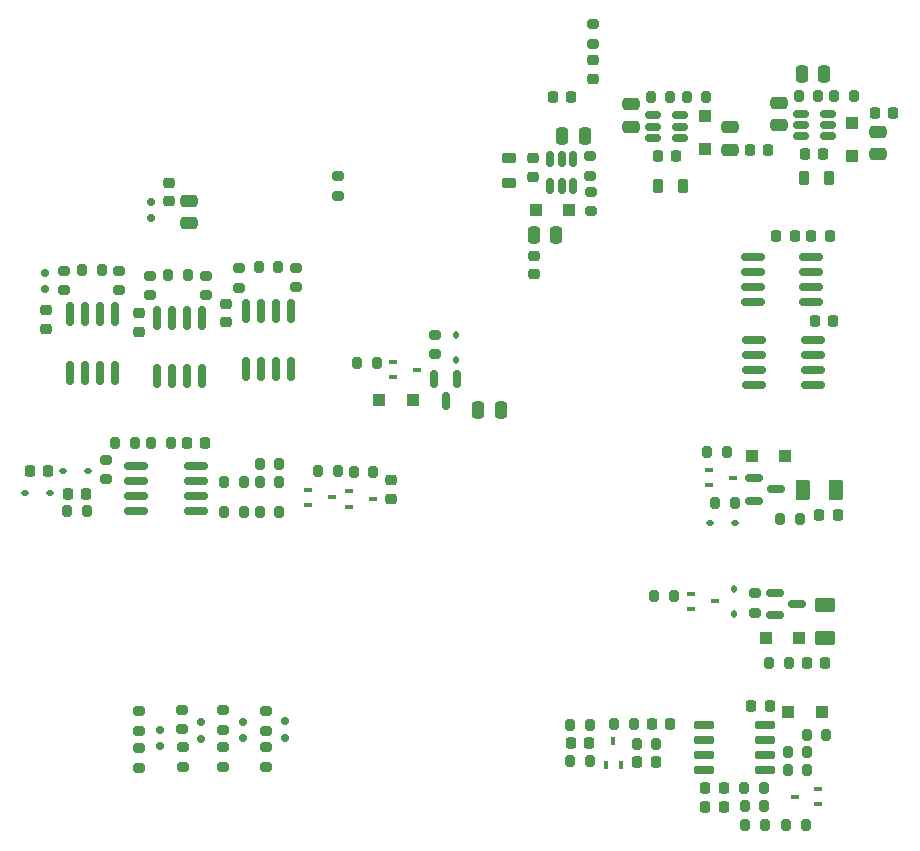
<source format=gtp>
G04 #@! TF.GenerationSoftware,KiCad,Pcbnew,7.0.7*
G04 #@! TF.CreationDate,2023-09-07T10:59:33+03:00*
G04 #@! TF.ProjectId,colorlight-cnc-proto,636f6c6f-726c-4696-9768-742d636e632d,rev?*
G04 #@! TF.SameCoordinates,Original*
G04 #@! TF.FileFunction,Paste,Top*
G04 #@! TF.FilePolarity,Positive*
%FSLAX46Y46*%
G04 Gerber Fmt 4.6, Leading zero omitted, Abs format (unit mm)*
G04 Created by KiCad (PCBNEW 7.0.7) date 2023-09-07 10:59:33*
%MOMM*%
%LPD*%
G01*
G04 APERTURE LIST*
G04 Aperture macros list*
%AMRoundRect*
0 Rectangle with rounded corners*
0 $1 Rounding radius*
0 $2 $3 $4 $5 $6 $7 $8 $9 X,Y pos of 4 corners*
0 Add a 4 corners polygon primitive as box body*
4,1,4,$2,$3,$4,$5,$6,$7,$8,$9,$2,$3,0*
0 Add four circle primitives for the rounded corners*
1,1,$1+$1,$2,$3*
1,1,$1+$1,$4,$5*
1,1,$1+$1,$6,$7*
1,1,$1+$1,$8,$9*
0 Add four rect primitives between the rounded corners*
20,1,$1+$1,$2,$3,$4,$5,0*
20,1,$1+$1,$4,$5,$6,$7,0*
20,1,$1+$1,$6,$7,$8,$9,0*
20,1,$1+$1,$8,$9,$2,$3,0*%
G04 Aperture macros list end*
%ADD10RoundRect,0.150000X0.150000X-0.825000X0.150000X0.825000X-0.150000X0.825000X-0.150000X-0.825000X0*%
%ADD11RoundRect,0.218750X-0.218750X-0.256250X0.218750X-0.256250X0.218750X0.256250X-0.218750X0.256250X0*%
%ADD12RoundRect,0.200000X0.200000X0.275000X-0.200000X0.275000X-0.200000X-0.275000X0.200000X-0.275000X0*%
%ADD13R,0.450000X0.700000*%
%ADD14RoundRect,0.200000X-0.200000X-0.275000X0.200000X-0.275000X0.200000X0.275000X-0.200000X0.275000X0*%
%ADD15RoundRect,0.150000X-0.825000X-0.150000X0.825000X-0.150000X0.825000X0.150000X-0.825000X0.150000X0*%
%ADD16RoundRect,0.250000X0.300000X0.300000X-0.300000X0.300000X-0.300000X-0.300000X0.300000X-0.300000X0*%
%ADD17RoundRect,0.225000X0.225000X0.250000X-0.225000X0.250000X-0.225000X-0.250000X0.225000X-0.250000X0*%
%ADD18RoundRect,0.200000X0.275000X-0.200000X0.275000X0.200000X-0.275000X0.200000X-0.275000X-0.200000X0*%
%ADD19RoundRect,0.250000X-0.250000X-0.475000X0.250000X-0.475000X0.250000X0.475000X-0.250000X0.475000X0*%
%ADD20RoundRect,0.225000X-0.250000X0.225000X-0.250000X-0.225000X0.250000X-0.225000X0.250000X0.225000X0*%
%ADD21R,0.700000X0.450000*%
%ADD22RoundRect,0.225000X-0.225000X-0.250000X0.225000X-0.250000X0.225000X0.250000X-0.225000X0.250000X0*%
%ADD23RoundRect,0.150000X0.200000X-0.150000X0.200000X0.150000X-0.200000X0.150000X-0.200000X-0.150000X0*%
%ADD24RoundRect,0.218750X-0.218750X-0.381250X0.218750X-0.381250X0.218750X0.381250X-0.218750X0.381250X0*%
%ADD25RoundRect,0.150000X-0.587500X-0.150000X0.587500X-0.150000X0.587500X0.150000X-0.587500X0.150000X0*%
%ADD26RoundRect,0.150000X0.512500X0.150000X-0.512500X0.150000X-0.512500X-0.150000X0.512500X-0.150000X0*%
%ADD27RoundRect,0.250000X-0.475000X0.250000X-0.475000X-0.250000X0.475000X-0.250000X0.475000X0.250000X0*%
%ADD28RoundRect,0.250000X-0.300000X-0.300000X0.300000X-0.300000X0.300000X0.300000X-0.300000X0.300000X0*%
%ADD29RoundRect,0.112500X-0.112500X0.187500X-0.112500X-0.187500X0.112500X-0.187500X0.112500X0.187500X0*%
%ADD30RoundRect,0.250000X0.300000X-0.300000X0.300000X0.300000X-0.300000X0.300000X-0.300000X-0.300000X0*%
%ADD31RoundRect,0.225000X0.250000X-0.225000X0.250000X0.225000X-0.250000X0.225000X-0.250000X-0.225000X0*%
%ADD32RoundRect,0.250000X0.475000X-0.250000X0.475000X0.250000X-0.475000X0.250000X-0.475000X-0.250000X0*%
%ADD33RoundRect,0.162500X-0.825000X-0.162500X0.825000X-0.162500X0.825000X0.162500X-0.825000X0.162500X0*%
%ADD34RoundRect,0.150000X-0.200000X0.150000X-0.200000X-0.150000X0.200000X-0.150000X0.200000X0.150000X0*%
%ADD35RoundRect,0.200000X-0.275000X0.200000X-0.275000X-0.200000X0.275000X-0.200000X0.275000X0.200000X0*%
%ADD36RoundRect,0.250000X-0.625000X0.375000X-0.625000X-0.375000X0.625000X-0.375000X0.625000X0.375000X0*%
%ADD37RoundRect,0.218750X0.256250X-0.218750X0.256250X0.218750X-0.256250X0.218750X-0.256250X-0.218750X0*%
%ADD38RoundRect,0.218750X-0.256250X0.218750X-0.256250X-0.218750X0.256250X-0.218750X0.256250X0.218750X0*%
%ADD39RoundRect,0.150000X-0.150000X0.587500X-0.150000X-0.587500X0.150000X-0.587500X0.150000X0.587500X0*%
%ADD40RoundRect,0.150000X0.150000X-0.512500X0.150000X0.512500X-0.150000X0.512500X-0.150000X-0.512500X0*%
%ADD41RoundRect,0.250000X-0.375000X-0.625000X0.375000X-0.625000X0.375000X0.625000X-0.375000X0.625000X0*%
%ADD42RoundRect,0.112500X0.187500X0.112500X-0.187500X0.112500X-0.187500X-0.112500X0.187500X-0.112500X0*%
%ADD43RoundRect,0.218750X0.218750X0.256250X-0.218750X0.256250X-0.218750X-0.256250X0.218750X-0.256250X0*%
%ADD44RoundRect,0.112500X0.112500X-0.187500X0.112500X0.187500X-0.112500X0.187500X-0.112500X-0.187500X0*%
%ADD45RoundRect,0.218750X-0.381250X0.218750X-0.381250X-0.218750X0.381250X-0.218750X0.381250X0.218750X0*%
%ADD46RoundRect,0.150000X-0.725000X-0.150000X0.725000X-0.150000X0.725000X0.150000X-0.725000X0.150000X0*%
G04 APERTURE END LIST*
D10*
G04 #@! TO.C,U5*
X28695000Y-30540000D03*
X29965000Y-30540000D03*
X31235000Y-30540000D03*
X32505000Y-30540000D03*
X32505000Y-25590000D03*
X31235000Y-25590000D03*
X29965000Y-25590000D03*
X28695000Y-25590000D03*
G04 #@! TD*
D11*
G04 #@! TO.C,FB2*
X54712500Y-7500000D03*
X56287500Y-7500000D03*
G04 #@! TD*
G04 #@! TO.C,FB1*
X73610000Y-19235000D03*
X75185000Y-19235000D03*
G04 #@! TD*
D12*
G04 #@! TO.C,R16*
X28525000Y-42630000D03*
X26875000Y-42630000D03*
G04 #@! TD*
D13*
G04 #@! TO.C,Q5*
X59195000Y-64020000D03*
X60495000Y-64020000D03*
X59845000Y-62020000D03*
G04 #@! TD*
D12*
G04 #@! TO.C,R41*
X64672500Y-7530000D03*
X63022500Y-7530000D03*
G04 #@! TD*
D14*
G04 #@! TO.C,R36*
X67790000Y-37560000D03*
X69440000Y-37560000D03*
G04 #@! TD*
D12*
G04 #@! TO.C,R9*
X76120000Y-69140000D03*
X74470000Y-69140000D03*
G04 #@! TD*
D14*
G04 #@! TO.C,R1*
X56170000Y-60690000D03*
X57820000Y-60690000D03*
G04 #@! TD*
D12*
G04 #@! TO.C,R31*
X23820000Y-22605000D03*
X22170000Y-22605000D03*
G04 #@! TD*
D15*
G04 #@! TO.C,U6*
X71770000Y-28080000D03*
X71770000Y-29350000D03*
X71770000Y-30620000D03*
X71770000Y-31890000D03*
X76720000Y-31890000D03*
X76720000Y-30620000D03*
X76720000Y-29350000D03*
X76720000Y-28080000D03*
G04 #@! TD*
D16*
G04 #@! TO.C,D13*
X74342500Y-37860000D03*
X71542500Y-37860000D03*
G04 #@! TD*
D17*
G04 #@! TO.C,C15*
X65162500Y-12510000D03*
X63612500Y-12510000D03*
G04 #@! TD*
D18*
G04 #@! TO.C,R50*
X23320000Y-61010000D03*
X23320000Y-59360000D03*
G04 #@! TD*
D17*
G04 #@! TO.C,C7*
X15185000Y-41080000D03*
X13635000Y-41080000D03*
G04 #@! TD*
D19*
G04 #@! TO.C,C22*
X48395000Y-33995000D03*
X50295000Y-33995000D03*
G04 #@! TD*
D12*
G04 #@! TO.C,R39*
X74672500Y-55410000D03*
X73022500Y-55410000D03*
G04 #@! TD*
D20*
G04 #@! TO.C,C10*
X19635000Y-25800000D03*
X19635000Y-27350000D03*
G04 #@! TD*
D21*
G04 #@! TO.C,Q7*
X41175000Y-29925000D03*
X41175000Y-31225000D03*
X43175000Y-30575000D03*
G04 #@! TD*
D22*
G04 #@! TO.C,C13*
X76585000Y-19245000D03*
X78135000Y-19245000D03*
G04 #@! TD*
D12*
G04 #@! TO.C,R17*
X31532500Y-40060000D03*
X29882500Y-40060000D03*
G04 #@! TD*
D21*
G04 #@! TO.C,Q1*
X77185000Y-67370000D03*
X77185000Y-66070000D03*
X75185000Y-66720000D03*
G04 #@! TD*
G04 #@! TO.C,Q2*
X66407500Y-49550000D03*
X66407500Y-50850000D03*
X68407500Y-50200000D03*
G04 #@! TD*
D23*
G04 #@! TO.C,D21*
X28460000Y-60395000D03*
X28460000Y-61795000D03*
G04 #@! TD*
D14*
G04 #@! TO.C,R3*
X61820000Y-62250000D03*
X63470000Y-62250000D03*
G04 #@! TD*
D24*
G04 #@! TO.C,L2*
X76000000Y-14360000D03*
X78125000Y-14360000D03*
G04 #@! TD*
D25*
G04 #@! TO.C,Q10*
X71770000Y-39770000D03*
X71770000Y-41670000D03*
X73645000Y-40720000D03*
G04 #@! TD*
D18*
G04 #@! TO.C,R52*
X26770000Y-61060000D03*
X26770000Y-59410000D03*
G04 #@! TD*
D17*
G04 #@! TO.C,C1*
X57800000Y-62220000D03*
X56250000Y-62220000D03*
G04 #@! TD*
D26*
G04 #@! TO.C,U9*
X77997500Y-10820000D03*
X77997500Y-9870000D03*
X77997500Y-8920000D03*
X75722500Y-8920000D03*
X75722500Y-9870000D03*
X75722500Y-10820000D03*
G04 #@! TD*
D27*
G04 #@! TO.C,C21*
X23920000Y-16290331D03*
X23920000Y-18190331D03*
G04 #@! TD*
D28*
G04 #@! TO.C,D6*
X74657500Y-59580000D03*
X77457500Y-59580000D03*
G04 #@! TD*
D14*
G04 #@! TO.C,R20*
X34847500Y-39195000D03*
X36497500Y-39195000D03*
G04 #@! TD*
D29*
G04 #@! TO.C,D7*
X46495000Y-27645000D03*
X46495000Y-29745000D03*
G04 #@! TD*
D12*
G04 #@! TO.C,R38*
X75630000Y-43250000D03*
X73980000Y-43250000D03*
G04 #@! TD*
D30*
G04 #@! TO.C,D17*
X80062500Y-12517500D03*
X80062500Y-9717500D03*
G04 #@! TD*
D18*
G04 #@! TO.C,R33*
X28160000Y-23640000D03*
X28160000Y-21990000D03*
G04 #@! TD*
D24*
G04 #@! TO.C,L1*
X63635000Y-15020000D03*
X65760000Y-15020000D03*
G04 #@! TD*
D11*
G04 #@! TO.C,D14*
X77240000Y-42880000D03*
X78815000Y-42880000D03*
G04 #@! TD*
D23*
G04 #@! TO.C,D22*
X32010000Y-60345000D03*
X32010000Y-61745000D03*
G04 #@! TD*
D31*
G04 #@! TO.C,C24*
X53010000Y-14237500D03*
X53010000Y-12687500D03*
G04 #@! TD*
D10*
G04 #@! TO.C,U4*
X21162500Y-31115000D03*
X22432500Y-31115000D03*
X23702500Y-31115000D03*
X24972500Y-31115000D03*
X24972500Y-26165000D03*
X23702500Y-26165000D03*
X22432500Y-26165000D03*
X21162500Y-26165000D03*
G04 #@! TD*
D12*
G04 #@! TO.C,R15*
X31532500Y-42620000D03*
X29882500Y-42620000D03*
G04 #@! TD*
D14*
G04 #@! TO.C,R13*
X17665000Y-36820000D03*
X19315000Y-36820000D03*
G04 #@! TD*
G04 #@! TO.C,R43*
X78527500Y-7420000D03*
X80177500Y-7420000D03*
G04 #@! TD*
G04 #@! TO.C,R4*
X70930000Y-66030000D03*
X72580000Y-66030000D03*
G04 #@! TD*
D18*
G04 #@! TO.C,R55*
X30410000Y-64210000D03*
X30410000Y-62560000D03*
G04 #@! TD*
D32*
G04 #@! TO.C,C19*
X73822500Y-9870000D03*
X73822500Y-7970000D03*
G04 #@! TD*
D33*
G04 #@! TO.C,U3*
X19442500Y-38715000D03*
X19442500Y-39985000D03*
X19442500Y-41255000D03*
X19442500Y-42525000D03*
X24517500Y-42525000D03*
X24517500Y-41255000D03*
X24517500Y-39985000D03*
X24517500Y-38715000D03*
G04 #@! TD*
D34*
G04 #@! TO.C,D9*
X11745000Y-23780000D03*
X11745000Y-22380000D03*
G04 #@! TD*
D22*
G04 #@! TO.C,C5*
X67620000Y-66030000D03*
X69170000Y-66030000D03*
G04 #@! TD*
D18*
G04 #@! TO.C,R49*
X19680000Y-61160000D03*
X19680000Y-59510000D03*
G04 #@! TD*
D20*
G04 #@! TO.C,C9*
X11775000Y-25555000D03*
X11775000Y-27105000D03*
G04 #@! TD*
D15*
G04 #@! TO.C,U7*
X71645000Y-21035000D03*
X71645000Y-22305000D03*
X71645000Y-23575000D03*
X71645000Y-24845000D03*
X76595000Y-24845000D03*
X76595000Y-23575000D03*
X76595000Y-22305000D03*
X76595000Y-21035000D03*
G04 #@! TD*
D14*
G04 #@! TO.C,R21*
X37837500Y-39255000D03*
X39487500Y-39255000D03*
G04 #@! TD*
D35*
G04 #@! TO.C,R26*
X44705000Y-27640000D03*
X44705000Y-29290000D03*
G04 #@! TD*
D18*
G04 #@! TO.C,R54*
X26810000Y-64190000D03*
X26810000Y-62540000D03*
G04 #@! TD*
G04 #@! TO.C,R44*
X58080000Y-3000000D03*
X58080000Y-1350000D03*
G04 #@! TD*
D21*
G04 #@! TO.C,Q9*
X67955000Y-39070000D03*
X67955000Y-40370000D03*
X69955000Y-39720000D03*
G04 #@! TD*
D12*
G04 #@! TO.C,R34*
X31455000Y-21865000D03*
X29805000Y-21865000D03*
G04 #@! TD*
D10*
G04 #@! TO.C,U1*
X13820000Y-30845000D03*
X15090000Y-30845000D03*
X16360000Y-30845000D03*
X17630000Y-30845000D03*
X17630000Y-25895000D03*
X16360000Y-25895000D03*
X15090000Y-25895000D03*
X13820000Y-25895000D03*
G04 #@! TD*
D18*
G04 #@! TO.C,R23*
X71787500Y-51145000D03*
X71787500Y-49495000D03*
G04 #@! TD*
D12*
G04 #@! TO.C,R11*
X15240000Y-42570000D03*
X13590000Y-42570000D03*
G04 #@! TD*
D14*
G04 #@! TO.C,R12*
X20690000Y-36820000D03*
X22340000Y-36820000D03*
G04 #@! TD*
D12*
G04 #@! TO.C,R10*
X57845000Y-63690000D03*
X56195000Y-63690000D03*
G04 #@! TD*
D35*
G04 #@! TO.C,R47*
X36490000Y-14220000D03*
X36490000Y-15870000D03*
G04 #@! TD*
D36*
G04 #@! TO.C,F1*
X77717500Y-50540000D03*
X77717500Y-53340000D03*
G04 #@! TD*
D37*
G04 #@! TO.C,FB6*
X22180000Y-16307831D03*
X22180000Y-14732831D03*
G04 #@! TD*
D18*
G04 #@! TO.C,R46*
X57880000Y-14152500D03*
X57880000Y-12502500D03*
G04 #@! TD*
D17*
G04 #@! TO.C,C17*
X77577500Y-12330000D03*
X76027500Y-12330000D03*
G04 #@! TD*
D11*
G04 #@! TO.C,FB5*
X67587500Y-67620000D03*
X69162500Y-67620000D03*
G04 #@! TD*
D35*
G04 #@! TO.C,R35*
X32940000Y-21940000D03*
X32940000Y-23590000D03*
G04 #@! TD*
D11*
G04 #@! TO.C,FB4*
X81975000Y-8880000D03*
X83550000Y-8880000D03*
G04 #@! TD*
D22*
G04 #@! TO.C,C6*
X10445000Y-39170000D03*
X11995000Y-39170000D03*
G04 #@! TD*
D12*
G04 #@! TO.C,R22*
X64952500Y-49700000D03*
X63302500Y-49700000D03*
G04 #@! TD*
D28*
G04 #@! TO.C,D20*
X53282500Y-17072500D03*
X56082500Y-17072500D03*
G04 #@! TD*
D12*
G04 #@! TO.C,R18*
X28535000Y-40060000D03*
X26885000Y-40060000D03*
G04 #@! TD*
G04 #@! TO.C,R5*
X76260000Y-64460000D03*
X74610000Y-64460000D03*
G04 #@! TD*
D22*
G04 #@! TO.C,C12*
X76895000Y-26495000D03*
X78445000Y-26495000D03*
G04 #@! TD*
D12*
G04 #@! TO.C,R7*
X76240000Y-62980000D03*
X74590000Y-62980000D03*
G04 #@! TD*
D14*
G04 #@! TO.C,R27*
X14875000Y-22180000D03*
X16525000Y-22180000D03*
G04 #@! TD*
D19*
G04 #@! TO.C,C20*
X75780000Y-5550000D03*
X77680000Y-5550000D03*
G04 #@! TD*
D18*
G04 #@! TO.C,R30*
X20635000Y-24270000D03*
X20635000Y-22620000D03*
G04 #@! TD*
D30*
G04 #@! TO.C,D16*
X67567500Y-11910000D03*
X67567500Y-9110000D03*
G04 #@! TD*
D32*
G04 #@! TO.C,C14*
X61297500Y-10000000D03*
X61297500Y-8100000D03*
G04 #@! TD*
D26*
G04 #@! TO.C,U8*
X65472500Y-10950000D03*
X65472500Y-10000000D03*
X65472500Y-9050000D03*
X63197500Y-9050000D03*
X63197500Y-10000000D03*
X63197500Y-10950000D03*
G04 #@! TD*
D32*
G04 #@! TO.C,C18*
X82202500Y-12330000D03*
X82202500Y-10430000D03*
G04 #@! TD*
D37*
G04 #@! TO.C,D3*
X41022500Y-41532500D03*
X41022500Y-39957500D03*
G04 #@! TD*
D12*
G04 #@! TO.C,R25*
X39817500Y-30015000D03*
X38167500Y-30015000D03*
G04 #@! TD*
D18*
G04 #@! TO.C,R51*
X23380000Y-64210000D03*
X23380000Y-62560000D03*
G04 #@! TD*
D35*
G04 #@! TO.C,R14*
X16880000Y-38205000D03*
X16880000Y-39855000D03*
G04 #@! TD*
D37*
G04 #@! TO.C,FB7*
X53100000Y-22490000D03*
X53100000Y-20915000D03*
G04 #@! TD*
D19*
G04 #@! TO.C,C25*
X53090000Y-19202500D03*
X54990000Y-19202500D03*
G04 #@! TD*
D18*
G04 #@! TO.C,R45*
X57900000Y-17172500D03*
X57900000Y-15522500D03*
G04 #@! TD*
D38*
G04 #@! TO.C,D18*
X58150000Y-4400000D03*
X58150000Y-5975000D03*
G04 #@! TD*
D25*
G04 #@! TO.C,Q6*
X73507500Y-49460000D03*
X73507500Y-51360000D03*
X75382500Y-50410000D03*
G04 #@! TD*
D12*
G04 #@! TO.C,R37*
X70110000Y-41850000D03*
X68460000Y-41850000D03*
G04 #@! TD*
G04 #@! TO.C,R8*
X72650000Y-69090000D03*
X71000000Y-69090000D03*
G04 #@! TD*
D39*
G04 #@! TO.C,Q8*
X46585000Y-31387500D03*
X44685000Y-31387500D03*
X45635000Y-33262500D03*
G04 #@! TD*
D18*
G04 #@! TO.C,R53*
X30410000Y-61140000D03*
X30410000Y-59490000D03*
G04 #@! TD*
D14*
G04 #@! TO.C,R2*
X59930000Y-60590000D03*
X61580000Y-60590000D03*
G04 #@! TD*
D17*
G04 #@! TO.C,C4*
X73070000Y-59080000D03*
X71520000Y-59080000D03*
G04 #@! TD*
D35*
G04 #@! TO.C,R32*
X25305000Y-22610000D03*
X25305000Y-24260000D03*
G04 #@! TD*
D40*
G04 #@! TO.C,U10*
X54500000Y-15000000D03*
X55450000Y-15000000D03*
X56400000Y-15000000D03*
X56400000Y-12725000D03*
X55450000Y-12725000D03*
X54500000Y-12725000D03*
G04 #@! TD*
D41*
G04 #@! TO.C,F2*
X75925000Y-40730000D03*
X78725000Y-40730000D03*
G04 #@! TD*
D22*
G04 #@! TO.C,C3*
X63110000Y-60570000D03*
X64660000Y-60570000D03*
G04 #@! TD*
D21*
G04 #@! TO.C,Q4*
X37442500Y-40875000D03*
X37442500Y-42175000D03*
X39442500Y-41525000D03*
G04 #@! TD*
D32*
G04 #@! TO.C,C16*
X69697500Y-11950000D03*
X69697500Y-10050000D03*
G04 #@! TD*
D42*
G04 #@! TO.C,D12*
X70155000Y-43580000D03*
X68055000Y-43580000D03*
G04 #@! TD*
D16*
G04 #@! TO.C,D5*
X75535000Y-53290000D03*
X72735000Y-53290000D03*
G04 #@! TD*
D17*
G04 #@! TO.C,C8*
X25255000Y-36810000D03*
X23705000Y-36810000D03*
G04 #@! TD*
D34*
G04 #@! TO.C,D19*
X20710000Y-17767831D03*
X20710000Y-16367831D03*
G04 #@! TD*
D42*
G04 #@! TO.C,D2*
X12160000Y-41040000D03*
X10060000Y-41040000D03*
G04 #@! TD*
D12*
G04 #@! TO.C,R40*
X67682500Y-7510000D03*
X66032500Y-7510000D03*
G04 #@! TD*
D43*
G04 #@! TO.C,FB3*
X72962500Y-11970000D03*
X71387500Y-11970000D03*
G04 #@! TD*
D16*
G04 #@! TO.C,D8*
X42832500Y-33135000D03*
X40032500Y-33135000D03*
G04 #@! TD*
D17*
G04 #@! TO.C,C2*
X63405000Y-63760000D03*
X61855000Y-63760000D03*
G04 #@! TD*
D11*
G04 #@! TO.C,D15*
X76200000Y-55440000D03*
X77775000Y-55440000D03*
G04 #@! TD*
D14*
G04 #@! TO.C,R42*
X75547500Y-7420000D03*
X77197500Y-7420000D03*
G04 #@! TD*
D35*
G04 #@! TO.C,R29*
X17975000Y-22185000D03*
X17975000Y-23835000D03*
G04 #@! TD*
D20*
G04 #@! TO.C,C11*
X27000000Y-25000000D03*
X27000000Y-26550000D03*
G04 #@! TD*
D44*
G04 #@! TO.C,D4*
X70057500Y-51257500D03*
X70057500Y-49157500D03*
G04 #@! TD*
D18*
G04 #@! TO.C,R28*
X13295000Y-23855000D03*
X13295000Y-22205000D03*
G04 #@! TD*
G04 #@! TO.C,R48*
X19670000Y-64300000D03*
X19670000Y-62650000D03*
G04 #@! TD*
D12*
G04 #@! TO.C,R19*
X31540000Y-38600000D03*
X29890000Y-38600000D03*
G04 #@! TD*
G04 #@! TO.C,R6*
X72600000Y-67530000D03*
X70950000Y-67530000D03*
G04 #@! TD*
D45*
G04 #@! TO.C,L3*
X50980000Y-12690000D03*
X50980000Y-14815000D03*
G04 #@! TD*
D23*
G04 #@! TO.C,D11*
X24940000Y-60435000D03*
X24940000Y-61835000D03*
G04 #@! TD*
D21*
G04 #@! TO.C,Q3*
X33982500Y-40745000D03*
X33982500Y-42045000D03*
X35982500Y-41395000D03*
G04 #@! TD*
D46*
G04 #@! TO.C,U2*
X67520000Y-60645000D03*
X67520000Y-61915000D03*
X67520000Y-63185000D03*
X67520000Y-64455000D03*
X72670000Y-64455000D03*
X72670000Y-63185000D03*
X72670000Y-61915000D03*
X72670000Y-60645000D03*
G04 #@! TD*
D42*
G04 #@! TO.C,D1*
X15360000Y-39180000D03*
X13260000Y-39180000D03*
G04 #@! TD*
D19*
G04 #@! TO.C,C23*
X55520000Y-10832500D03*
X57420000Y-10832500D03*
G04 #@! TD*
D14*
G04 #@! TO.C,R24*
X76220000Y-61520000D03*
X77870000Y-61520000D03*
G04 #@! TD*
D23*
G04 #@! TO.C,D10*
X21420000Y-61065000D03*
X21420000Y-62465000D03*
G04 #@! TD*
M02*

</source>
